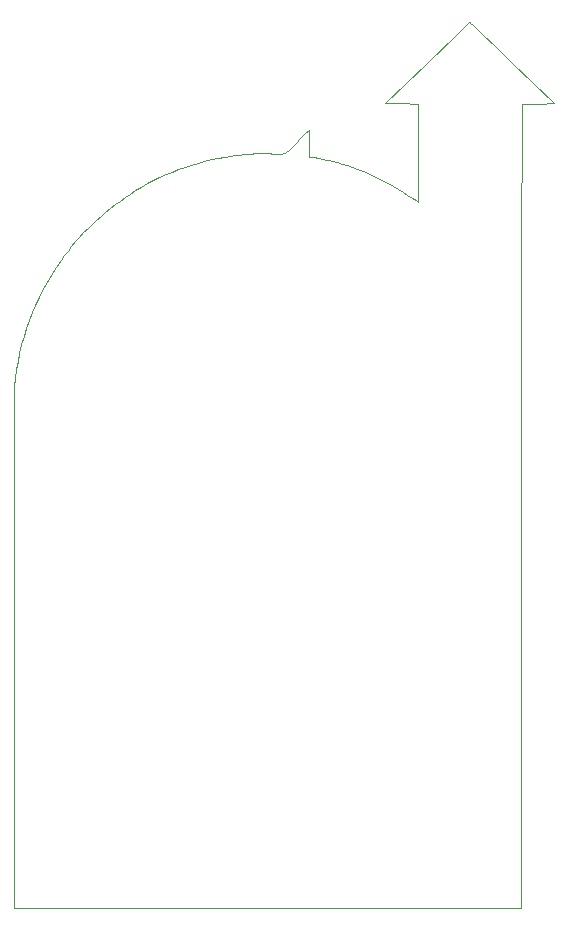
<source format=gbr>
G04 #@! TF.GenerationSoftware,KiCad,Pcbnew,(6.99.0-2452-gdb4f2d9dd8)*
G04 #@! TF.CreationDate,2022-08-02T18:55:22-05:00*
G04 #@! TF.ProjectId,AIAA,41494141-2e6b-4696-9361-645f70636258,rev?*
G04 #@! TF.SameCoordinates,Original*
G04 #@! TF.FileFunction,Profile,NP*
%FSLAX46Y46*%
G04 Gerber Fmt 4.6, Leading zero omitted, Abs format (unit mm)*
G04 Created by KiCad (PCBNEW (6.99.0-2452-gdb4f2d9dd8)) date 2022-08-02 18:55:22*
%MOMM*%
%LPD*%
G01*
G04 APERTURE LIST*
G04 #@! TA.AperFunction,Profile*
%ADD10C,0.042333*%
G04 #@! TD*
G04 APERTURE END LIST*
D10*
X62313343Y-170099993D02*
X62313343Y-129243941D01*
X62313343Y-170099993D02*
X62313343Y-170099993D01*
X105292843Y-170099993D02*
X62313343Y-170099993D01*
X105292843Y-170099993D02*
X105292843Y-170099993D01*
X105292843Y-130935133D02*
X105292843Y-170099993D01*
X105292843Y-130935133D02*
X105292843Y-130935133D01*
X105293079Y-115473631D02*
X105292843Y-130935133D01*
X105293079Y-115473631D02*
X105293079Y-115473631D01*
X105300911Y-102042639D02*
X105293079Y-115473631D01*
X105300911Y-102042639D02*
X105300911Y-102042639D01*
X106693863Y-102021490D02*
X105300911Y-102042639D01*
X106693863Y-102021490D02*
X106693863Y-102021490D01*
X108086819Y-102000342D02*
X106693863Y-102021490D01*
X108086819Y-102000342D02*
X108086819Y-102000342D01*
X104517788Y-98550177D02*
X108086819Y-102000342D01*
X104517788Y-98550177D02*
X104517788Y-98550177D01*
X103127830Y-97210540D02*
X104517788Y-98550177D01*
X101981634Y-96113495D02*
X103127830Y-97210540D01*
X101198045Y-95372248D02*
X101981634Y-96113495D01*
X100979366Y-95170427D02*
X101198045Y-95372248D01*
X100919804Y-95117908D02*
X100979366Y-95170427D01*
X100895904Y-95100008D02*
X100919804Y-95117908D01*
X100895904Y-95100008D02*
X100895904Y-95100008D01*
X100593949Y-95372248D02*
X100895904Y-95100008D01*
X99810866Y-96113496D02*
X100593949Y-95372248D01*
X97276379Y-98550177D02*
X99810866Y-96113496D01*
X97276379Y-98550177D02*
X97276379Y-98550177D01*
X93709709Y-102000342D02*
X97276379Y-98550177D01*
X93709709Y-102000342D02*
X93709709Y-102000342D01*
X95113228Y-102011492D02*
X93709709Y-102000342D01*
X95113228Y-102011492D02*
X95113228Y-102011492D01*
X96516743Y-102022642D02*
X95113228Y-102011492D01*
X96516743Y-102022642D02*
X96516743Y-102022642D01*
X96516743Y-106170737D02*
X96516743Y-102022642D01*
X96516743Y-106170737D02*
X96516743Y-106170737D01*
X96511287Y-109100330D02*
X96516743Y-106170737D01*
X96505381Y-109991521D02*
X96511287Y-109100330D01*
X96498169Y-110318831D02*
X96505381Y-109991521D01*
X96498169Y-110318831D02*
X96498169Y-110318831D01*
X96484665Y-110312023D02*
X96498169Y-110318831D01*
X96453174Y-110292510D02*
X96484665Y-110312023D01*
X96344392Y-110220845D02*
X96453174Y-110292510D01*
X96188144Y-110114781D02*
X96344392Y-110220845D01*
X96000751Y-109985262D02*
X96188144Y-110114781D01*
X96000751Y-109985262D02*
X96000751Y-109985262D01*
X95620403Y-109727282D02*
X96000751Y-109985262D01*
X95229510Y-109475748D02*
X95620403Y-109727282D01*
X94829079Y-109231122D02*
X95229510Y-109475748D01*
X94420121Y-108993861D02*
X94829079Y-109231122D01*
X94003641Y-108764428D02*
X94420121Y-108993861D01*
X93580648Y-108543280D02*
X94003641Y-108764428D01*
X93152150Y-108330879D02*
X93580648Y-108543280D01*
X92719155Y-108127684D02*
X93152150Y-108330879D01*
X92282671Y-107934155D02*
X92719155Y-108127684D01*
X91843705Y-107750752D02*
X92282671Y-107934155D01*
X91403265Y-107577935D02*
X91843705Y-107750752D01*
X90962360Y-107416164D02*
X91403265Y-107577935D01*
X90521998Y-107265897D02*
X90962360Y-107416164D01*
X90083185Y-107127597D02*
X90521998Y-107265897D01*
X89646931Y-107001721D02*
X90083185Y-107127597D01*
X89214243Y-106888731D02*
X89646931Y-107001721D01*
X89214243Y-106888731D02*
X89214243Y-106888731D01*
X89000836Y-106838384D02*
X89214243Y-106888731D01*
X88748392Y-106782644D02*
X89000836Y-106838384D01*
X88189634Y-106667491D02*
X88748392Y-106782644D01*
X87664458Y-106568283D02*
X88189634Y-106667491D01*
X87453990Y-106532474D02*
X87664458Y-106568283D01*
X87299351Y-106510031D02*
X87453990Y-106532474D01*
X87299351Y-106510031D02*
X87299351Y-106510031D01*
X87294620Y-106420332D02*
X87299351Y-106510031D01*
X87289052Y-106176988D02*
X87294620Y-106420332D01*
X87278185Y-105377951D02*
X87289052Y-106176988D01*
X87278185Y-105377951D02*
X87278185Y-105377951D01*
X87266911Y-104247065D02*
X87278185Y-105377951D01*
X87266911Y-104247065D02*
X87266911Y-104247065D01*
X86975546Y-104531253D02*
X87266911Y-104247065D01*
X86718465Y-104792420D02*
X86975546Y-104531253D01*
X86491511Y-105031012D02*
X86718465Y-104792420D01*
X86290530Y-105247476D02*
X86491511Y-105031012D01*
X85949863Y-105615812D02*
X86290530Y-105247476D01*
X85801866Y-105768577D02*
X85949863Y-105615812D01*
X85663221Y-105901004D02*
X85801866Y-105768577D01*
X85596107Y-105959730D02*
X85663221Y-105901004D01*
X85529771Y-106013539D02*
X85596107Y-105959730D01*
X85463696Y-106062486D02*
X85529771Y-106013539D01*
X85397362Y-106106629D02*
X85463696Y-106062486D01*
X85330249Y-106146022D02*
X85397362Y-106106629D01*
X85261838Y-106180722D02*
X85330249Y-106146022D01*
X85191609Y-106210785D02*
X85261838Y-106180722D01*
X85119043Y-106236266D02*
X85191609Y-106210785D01*
X85043621Y-106257221D02*
X85119043Y-106236266D01*
X84964823Y-106273706D02*
X85043621Y-106257221D01*
X84882130Y-106285777D02*
X84964823Y-106273706D01*
X84795022Y-106293491D02*
X84882130Y-106285777D01*
X84702980Y-106296902D02*
X84795022Y-106293491D01*
X84605485Y-106296067D02*
X84702980Y-106296902D01*
X84502016Y-106291041D02*
X84605485Y-106296067D01*
X84392055Y-106281882D02*
X84502016Y-106291041D01*
X84392055Y-106281882D02*
X84392055Y-106281882D01*
X84203864Y-106265128D02*
X84392055Y-106281882D01*
X84020322Y-106252219D02*
X84203864Y-106265128D01*
X83842465Y-106242771D02*
X84020322Y-106252219D01*
X83671325Y-106236405D02*
X83842465Y-106242771D01*
X83507936Y-106232739D02*
X83671325Y-106236405D01*
X83353332Y-106231391D02*
X83507936Y-106232739D01*
X83074614Y-106234127D02*
X83353332Y-106231391D01*
X82843438Y-106241563D02*
X83074614Y-106234127D01*
X82668074Y-106250650D02*
X82843438Y-106241563D01*
X82517860Y-106261580D02*
X82668074Y-106250650D01*
X82517860Y-106261580D02*
X82517860Y-106261580D01*
X81873352Y-106307017D02*
X82517860Y-106261580D01*
X81282991Y-106359271D02*
X81873352Y-106307017D01*
X80983572Y-106391456D02*
X81282991Y-106359271D01*
X80705246Y-106427176D02*
X80983572Y-106391456D01*
X80705246Y-106427176D02*
X80705246Y-106427176D01*
X80133061Y-106516874D02*
X80705246Y-106427176D01*
X79564282Y-106622126D02*
X80133061Y-106516874D01*
X78999197Y-106742824D02*
X79564282Y-106622126D01*
X78438093Y-106878859D02*
X78999197Y-106742824D01*
X77881257Y-107030122D02*
X78438093Y-106878859D01*
X77328976Y-107196506D02*
X77881257Y-107030122D01*
X76781537Y-107377901D02*
X77328976Y-107196506D01*
X76239229Y-107574200D02*
X76781537Y-107377901D01*
X75702337Y-107785293D02*
X76239229Y-107574200D01*
X75171149Y-108011073D02*
X75702337Y-107785293D01*
X74645953Y-108251431D02*
X75171149Y-108011073D01*
X74127036Y-108506259D02*
X74645953Y-108251431D01*
X73614684Y-108775448D02*
X74127036Y-108506259D01*
X73109185Y-109058889D02*
X73614684Y-108775448D01*
X72610827Y-109356475D02*
X73109185Y-109058889D01*
X72119896Y-109668097D02*
X72610827Y-109356475D01*
X72119896Y-109668097D02*
X72119896Y-109668097D01*
X71695373Y-109952987D02*
X72119896Y-109668097D01*
X71277479Y-110247946D02*
X71695373Y-109952987D01*
X70866477Y-110552722D02*
X71277479Y-110247946D01*
X70462630Y-110867062D02*
X70866477Y-110552722D01*
X70066202Y-111190712D02*
X70462630Y-110867062D01*
X69677454Y-111523419D02*
X70066202Y-111190712D01*
X69296651Y-111864931D02*
X69677454Y-111523419D01*
X68924056Y-112214995D02*
X69296651Y-111864931D01*
X68559931Y-112573356D02*
X68924056Y-112214995D01*
X68204540Y-112939764D02*
X68559931Y-112573356D01*
X67858146Y-113313963D02*
X68204540Y-112939764D01*
X67521012Y-113695702D02*
X67858146Y-113313963D01*
X67193402Y-114084727D02*
X67521012Y-113695702D01*
X66875577Y-114480785D02*
X67193402Y-114084727D01*
X66567802Y-114883624D02*
X66875577Y-114480785D01*
X66270340Y-115292990D02*
X66567802Y-114883624D01*
X66270340Y-115292990D02*
X66270340Y-115292990D01*
X65853924Y-115900933D02*
X66270340Y-115292990D01*
X65460433Y-116516640D02*
X65853924Y-115900933D01*
X65089860Y-117140128D02*
X65460433Y-116516640D01*
X64742200Y-117771412D02*
X65089860Y-117140128D01*
X64417446Y-118410510D02*
X64742200Y-117771412D01*
X64115593Y-119057439D02*
X64417446Y-118410510D01*
X63836634Y-119712213D02*
X64115593Y-119057439D01*
X63580563Y-120374851D02*
X63836634Y-119712213D01*
X63347375Y-121045367D02*
X63580563Y-120374851D01*
X63137064Y-121723780D02*
X63347375Y-121045367D01*
X62949622Y-122410105D02*
X63137064Y-121723780D01*
X62785045Y-123104358D02*
X62949622Y-122410105D01*
X62643326Y-123806557D02*
X62785045Y-123104358D01*
X62524460Y-124516718D02*
X62643326Y-123806557D01*
X62428439Y-125234856D02*
X62524460Y-124516718D01*
X62355259Y-125960989D02*
X62428439Y-125234856D01*
X62355259Y-125960989D02*
X62355259Y-125960989D01*
X62337289Y-126293220D02*
X62355259Y-125960989D01*
X62324951Y-126754848D02*
X62337289Y-126293220D01*
X62313182Y-127852152D02*
X62324951Y-126754848D01*
X62313343Y-129243941D02*
X62313182Y-127852152D01*
M02*

</source>
